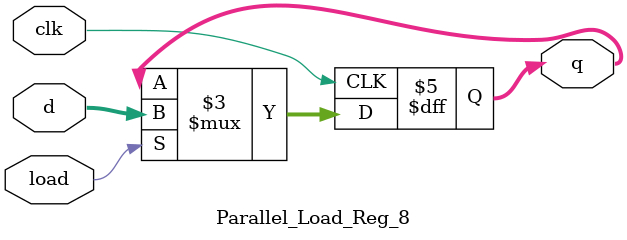
<source format=v>
`timescale 1ns / 1ps

module Parallel_Load_Reg_8 #(parameter DataSize = 8) (
    input clk,load,
    input  [DataSize-1:0] d,
    output [DataSize-1:0] q
    );
    
    reg [DataSize-1:0] q = {DataSize{1'b0}};

   always @ (posedge clk)
        if (load) 
            q <= d;
        
endmodule

</source>
